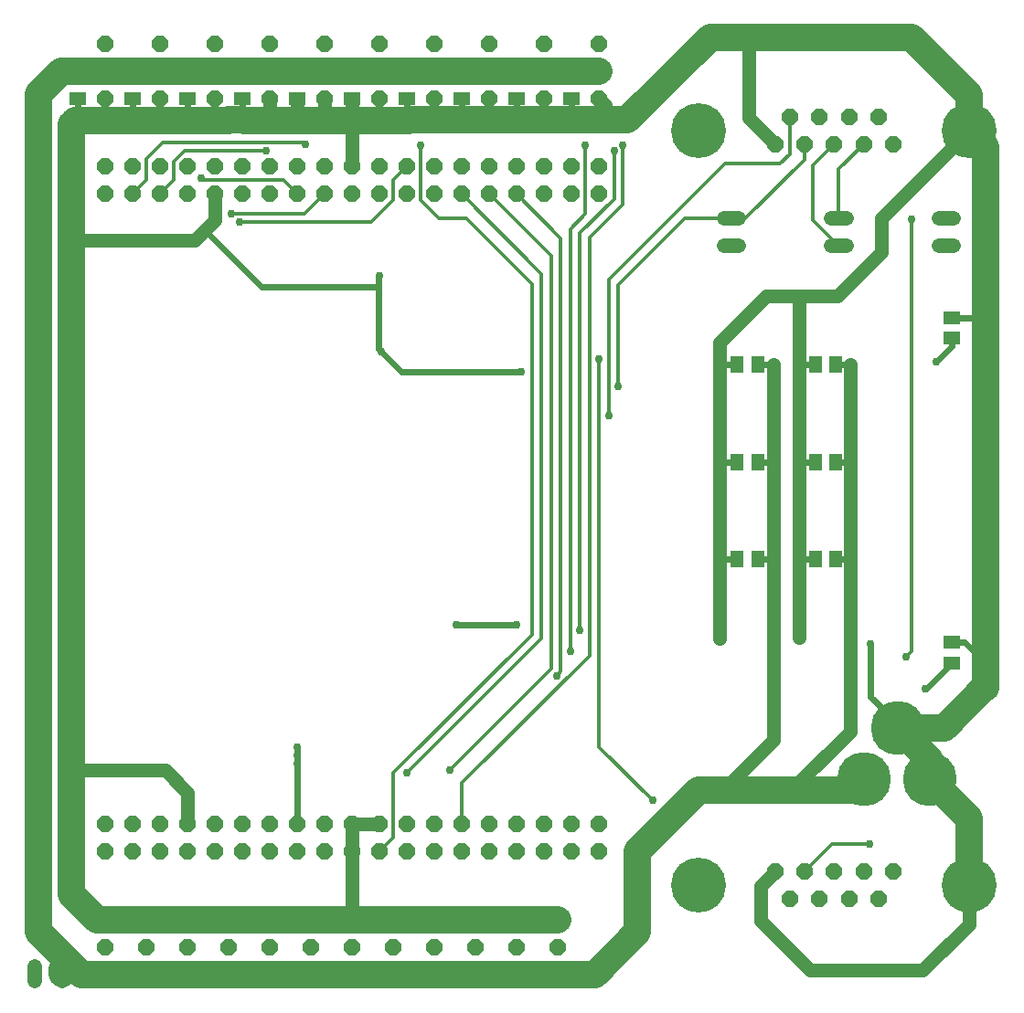
<source format=gbr>
G04 EAGLE Gerber RS-274X export*
G75*
%MOMM*%
%FSLAX34Y34*%
%LPD*%
%INBottom Copper*%
%IPPOS*%
%AMOC8*
5,1,8,0,0,1.08239X$1,22.5*%
G01*
%ADD10R,1.500000X1.300000*%
%ADD11P,1.649562X8X22.500000*%
%ADD12C,5.000000*%
%ADD13C,1.371600*%
%ADD14P,1.649562X8X202.500000*%
%ADD15C,5.080000*%
%ADD16P,1.623585X8X112.500000*%
%ADD17P,1.623585X8X292.500000*%
%ADD18R,1.300000X1.500000*%
%ADD19C,2.540000*%
%ADD20C,0.609600*%
%ADD21C,1.270000*%
%ADD22C,0.750000*%
%ADD23C,0.304800*%


D10*
X518010Y864110D03*
X518010Y845110D03*
X416410Y864110D03*
X416410Y845110D03*
X111610Y864110D03*
X111610Y845110D03*
X162410Y864110D03*
X162410Y845110D03*
X213210Y864110D03*
X213210Y845110D03*
X264010Y864110D03*
X264010Y845110D03*
X314810Y864110D03*
X314810Y845110D03*
X365610Y864110D03*
X365610Y845110D03*
X467210Y864110D03*
X467210Y845110D03*
X60810Y864110D03*
X60810Y845110D03*
D11*
X86210Y147000D03*
X86210Y172400D03*
X111610Y147000D03*
X111610Y172400D03*
X137010Y147000D03*
X137010Y172400D03*
X162410Y147000D03*
X162410Y172400D03*
X187810Y147000D03*
X187810Y172400D03*
X213210Y147000D03*
X213210Y172400D03*
X238610Y147000D03*
X238610Y172400D03*
X264010Y147000D03*
X264010Y172400D03*
X289410Y147000D03*
X289410Y172400D03*
X314810Y147000D03*
X314810Y172400D03*
X340210Y147000D03*
X340210Y172400D03*
X365610Y147000D03*
X365610Y172400D03*
X391010Y147000D03*
X391010Y172400D03*
X416410Y147000D03*
X416410Y172400D03*
X441810Y147000D03*
X441810Y172400D03*
X467210Y147000D03*
X467210Y172400D03*
X492610Y147000D03*
X492610Y172400D03*
X518010Y147000D03*
X518010Y172400D03*
X543410Y147000D03*
X543410Y172400D03*
X86210Y756600D03*
X86210Y782000D03*
X111610Y756600D03*
X111610Y782000D03*
X137010Y756600D03*
X137010Y782000D03*
X162410Y756600D03*
X162410Y782000D03*
X187810Y756600D03*
X187810Y782000D03*
X213210Y756600D03*
X213210Y782000D03*
X238610Y756600D03*
X238610Y782000D03*
X264010Y756600D03*
X264010Y782000D03*
X289410Y756600D03*
X289410Y782000D03*
X314810Y756600D03*
X314810Y782000D03*
X340210Y756600D03*
X340210Y782000D03*
X365610Y756600D03*
X365610Y782000D03*
X391010Y756600D03*
X391010Y782000D03*
X416410Y756600D03*
X416410Y782000D03*
X441810Y756600D03*
X441810Y782000D03*
X467210Y756600D03*
X467210Y782000D03*
X492610Y756600D03*
X492610Y782000D03*
X518010Y756600D03*
X518010Y782000D03*
X543410Y756600D03*
X543410Y782000D03*
D12*
X789070Y213880D03*
X820070Y261880D03*
X850070Y213880D03*
D13*
X772358Y708300D02*
X758642Y708300D01*
X758642Y733700D02*
X772358Y733700D01*
X858142Y708300D02*
X871858Y708300D01*
X871858Y733700D02*
X858142Y733700D01*
D14*
X816034Y128350D03*
X788602Y128350D03*
X761170Y128350D03*
X733738Y128350D03*
X706306Y128350D03*
X802318Y102950D03*
X774886Y102950D03*
X747454Y102950D03*
X720022Y102950D03*
D15*
X886392Y115650D03*
X635948Y115650D03*
D16*
X429100Y33000D03*
X429100Y58400D03*
X429100Y83800D03*
X238600Y33000D03*
X238600Y58400D03*
X238600Y83800D03*
X276700Y33000D03*
X276700Y58400D03*
X276700Y83800D03*
D17*
X340200Y896000D03*
X340200Y870600D03*
X340200Y845200D03*
X289400Y896000D03*
X289400Y870600D03*
X289400Y845200D03*
X86200Y896000D03*
X86200Y870600D03*
X86200Y845200D03*
X391000Y896000D03*
X391000Y870600D03*
X391000Y845200D03*
X238600Y896000D03*
X238600Y870600D03*
X238600Y845200D03*
X187800Y896000D03*
X187800Y870600D03*
X187800Y845200D03*
X137000Y896000D03*
X137000Y870600D03*
X137000Y845200D03*
D14*
X706306Y802560D03*
X733738Y802560D03*
X761170Y802560D03*
X788602Y802560D03*
X816034Y802560D03*
X720022Y827960D03*
X747454Y827960D03*
X774886Y827960D03*
X802318Y827960D03*
D15*
X886392Y815260D03*
X635948Y815260D03*
D16*
X314800Y33000D03*
X314800Y58400D03*
X314800Y83800D03*
X352900Y33000D03*
X352900Y58400D03*
X352900Y83800D03*
X391000Y33000D03*
X391000Y58400D03*
X391000Y83800D03*
D17*
X492600Y896000D03*
X492600Y870600D03*
X492600Y845200D03*
D16*
X124300Y33000D03*
X124300Y58400D03*
X124300Y83800D03*
X200500Y33000D03*
X200500Y58400D03*
X200500Y83800D03*
X86200Y33000D03*
X86200Y58400D03*
X86200Y83800D03*
X162400Y33000D03*
X162400Y58400D03*
X162400Y83800D03*
D17*
X543400Y896000D03*
X543400Y870600D03*
X543400Y845200D03*
X441800Y896000D03*
X441800Y870600D03*
X441800Y845200D03*
D13*
X46640Y40398D02*
X46640Y26682D01*
X21240Y26682D02*
X21240Y40398D01*
X659142Y733700D02*
X672858Y733700D01*
X672858Y708300D02*
X659142Y708300D01*
D16*
X467200Y33000D03*
X467200Y58400D03*
X467200Y83800D03*
X505300Y33000D03*
X505300Y58400D03*
X505300Y83800D03*
D18*
X671220Y417830D03*
X690220Y417830D03*
X671220Y508000D03*
X690220Y508000D03*
X671220Y598170D03*
X690220Y598170D03*
X743610Y598170D03*
X762610Y598170D03*
X743610Y508000D03*
X762610Y508000D03*
X743610Y417830D03*
X762610Y417830D03*
D10*
X869950Y641960D03*
X869950Y622960D03*
X869950Y340970D03*
X869950Y321970D03*
D19*
X23980Y72738D02*
X23980Y849310D01*
X63718Y33000D02*
X86200Y33000D01*
X52804Y43914D02*
X23980Y72738D01*
X52804Y43914D02*
X63718Y33000D01*
X86200Y33000D02*
X124300Y33000D01*
X162400Y33000D01*
X200500Y33000D01*
X238600Y33000D01*
X276700Y33000D01*
X314800Y33000D01*
X352900Y33000D01*
X391000Y33000D01*
X429100Y33000D01*
X467200Y33000D01*
X505300Y33000D01*
X46640Y33540D02*
X46640Y37750D01*
X52804Y43914D01*
X23980Y849310D02*
X45270Y870600D01*
X60960Y870600D01*
X86200Y870600D01*
X111760Y870600D01*
X137000Y870600D01*
X162560Y870600D01*
X187800Y870600D01*
X210820Y870600D01*
X238600Y870600D01*
X264160Y870600D01*
X289400Y870600D01*
X312420Y870600D01*
X340200Y870600D01*
X364490Y870600D01*
X391000Y870600D01*
X415290Y870600D01*
X441800Y870600D01*
X464820Y870600D01*
X492600Y870600D01*
X516890Y870600D01*
X543400Y870600D01*
D20*
X60810Y870450D02*
X60810Y864110D01*
X60810Y870450D02*
X60960Y870600D01*
X111610Y870450D02*
X111610Y864110D01*
X111610Y870450D02*
X111760Y870600D01*
X162410Y870450D02*
X162410Y864110D01*
X162410Y870450D02*
X162560Y870600D01*
X213210Y868210D02*
X213210Y864110D01*
X213210Y868210D02*
X210820Y870600D01*
X264010Y870450D02*
X264010Y864110D01*
X264010Y870450D02*
X264160Y870600D01*
X314810Y868210D02*
X314810Y864110D01*
X314810Y868210D02*
X312420Y870600D01*
X365610Y869480D02*
X365610Y864110D01*
X365610Y869480D02*
X364490Y870600D01*
X416410Y869480D02*
X416410Y864110D01*
X416410Y869480D02*
X415290Y870600D01*
X467210Y868210D02*
X467210Y864110D01*
X467210Y868210D02*
X464820Y870600D01*
X518010Y869480D02*
X518010Y864110D01*
X518010Y869480D02*
X516890Y870600D01*
D19*
X505300Y33000D02*
X539730Y33000D01*
X635520Y203720D02*
X658380Y203720D01*
X721360Y203720D01*
X778910Y203720D02*
X789070Y213880D01*
X778910Y203720D02*
X721360Y203720D01*
X579120Y72390D02*
X539730Y33000D01*
X579120Y72390D02*
X579120Y147320D01*
X635520Y203720D01*
D21*
X658380Y203720D02*
X704850Y250190D01*
X704850Y417830D01*
X704850Y505460D01*
X704850Y598170D01*
X775970Y258330D02*
X721360Y203720D01*
X775970Y258330D02*
X775970Y415290D01*
X775970Y504190D01*
X775970Y598170D01*
D22*
X704850Y417830D03*
X775970Y415290D03*
X704850Y505460D03*
X775970Y504190D03*
X704850Y598170D03*
X775970Y598170D03*
D20*
X704850Y417830D02*
X690220Y417830D01*
X690220Y508000D02*
X702310Y508000D01*
X704850Y505460D01*
X704850Y598170D02*
X690220Y598170D01*
X762610Y598170D02*
X775970Y598170D01*
X772160Y508000D02*
X762610Y508000D01*
X772160Y508000D02*
X775970Y504190D01*
X773430Y417830D02*
X762610Y417830D01*
X773430Y417830D02*
X775970Y415290D01*
X869950Y321970D02*
X846270Y298290D01*
X845660Y298290D01*
D22*
X845660Y298290D03*
D20*
X869950Y615740D02*
X869950Y622960D01*
X869950Y615740D02*
X855450Y601240D01*
D22*
X855450Y601240D03*
D19*
X85090Y824987D02*
X58397Y824987D01*
X85090Y824987D02*
X110467Y824987D01*
X135232Y824987D01*
X161290Y824987D01*
X186690Y824987D01*
X200764Y824987D01*
X200764Y825241D02*
X214099Y825241D01*
X214353Y824987D02*
X238760Y824987D01*
X263121Y824987D01*
X289560Y824987D01*
X313667Y824987D01*
X340360Y824987D01*
X366753Y824987D01*
X366245Y825114D02*
X391160Y825114D01*
X417426Y825114D01*
X442826Y825114D01*
X469496Y825114D01*
X491490Y825114D01*
X517121Y825114D01*
X549506Y825114D01*
D23*
X58397Y824987D02*
X54460Y821050D01*
X214099Y825241D02*
X214353Y824987D01*
X441810Y826130D02*
X442826Y825114D01*
D19*
X54460Y821050D02*
X54460Y713420D01*
D20*
X200764Y824987D02*
X200764Y825241D01*
D21*
X314810Y826130D02*
X314810Y782000D01*
X314810Y172400D02*
X340210Y172400D01*
X314810Y172400D02*
X314810Y147000D01*
D22*
X340210Y680400D03*
D20*
X338940Y679130D01*
X338940Y670560D01*
X338940Y613090D01*
X341480Y610550D01*
D22*
X341480Y610550D03*
D20*
X360530Y591500D01*
D22*
X471020Y591500D03*
D21*
X168760Y713420D02*
X54460Y713420D01*
X187810Y732470D02*
X187810Y756600D01*
X178520Y723180D02*
X168760Y713420D01*
X178520Y723180D02*
X187810Y732470D01*
D20*
X467210Y827400D02*
X467210Y845110D01*
X467210Y827400D02*
X469496Y825114D01*
D21*
X162410Y201610D02*
X162410Y172400D01*
D19*
X54460Y222250D02*
X54460Y713420D01*
D21*
X54460Y222250D02*
X141770Y222250D01*
X162410Y201610D01*
D22*
X59540Y112649D03*
D20*
X58270Y103759D02*
X59425Y102605D01*
D19*
X58270Y103759D02*
X54460Y107569D01*
X54460Y222250D01*
D20*
X360530Y591500D02*
X471020Y591500D01*
D19*
X467200Y83800D02*
X505300Y83800D01*
X467200Y83800D02*
X429100Y83800D01*
X391000Y83800D01*
X352900Y83800D01*
X314800Y83800D01*
X276700Y83800D01*
X238600Y83800D01*
X200500Y83800D01*
X162400Y83800D01*
X124300Y83800D01*
X86200Y83800D01*
X78229Y83800D01*
X59425Y102605D01*
D21*
X314810Y83810D02*
X314810Y147000D01*
X314810Y83810D02*
X314800Y83800D01*
D20*
X518010Y826003D02*
X518010Y845110D01*
X518010Y826003D02*
X517121Y825114D01*
X492600Y826224D02*
X492600Y845200D01*
X492600Y826224D02*
X491490Y825114D01*
X441800Y826140D02*
X441800Y845200D01*
X441800Y826140D02*
X441810Y826130D01*
X416410Y826130D02*
X416410Y845110D01*
X416410Y826130D02*
X417426Y825114D01*
X391000Y825274D02*
X391000Y845200D01*
X391000Y825274D02*
X391160Y825114D01*
X366753Y824987D02*
X365610Y826130D01*
X340200Y825147D02*
X340200Y845200D01*
X340200Y825147D02*
X340360Y824987D01*
X213210Y837687D02*
X213210Y845110D01*
X213210Y837687D02*
X200764Y825241D01*
X187800Y826097D02*
X187800Y845200D01*
X187800Y826097D02*
X186690Y824987D01*
X162410Y826107D02*
X162410Y845110D01*
X162410Y826107D02*
X161290Y824987D01*
X137000Y826755D02*
X137000Y845200D01*
X137000Y826755D02*
X135232Y824987D01*
X111610Y826130D02*
X111610Y845110D01*
X111610Y826130D02*
X110467Y824987D01*
X86200Y826097D02*
X86200Y845200D01*
X86200Y826097D02*
X85090Y824987D01*
X60810Y827400D02*
X60810Y845110D01*
X60810Y827400D02*
X58397Y824987D01*
X365610Y826130D02*
X365610Y845110D01*
X365610Y825749D02*
X366245Y825114D01*
X365610Y825749D02*
X365610Y845110D01*
D21*
X59540Y112649D02*
X59540Y102720D01*
X59425Y102605D01*
X549506Y839094D02*
X543400Y845200D01*
X549506Y839094D02*
X549506Y825114D01*
X289400Y825147D02*
X289400Y845200D01*
X289400Y825147D02*
X289560Y824987D01*
X314810Y826130D02*
X314810Y845110D01*
X314810Y826130D02*
X313667Y824987D01*
X238600Y825147D02*
X238600Y845200D01*
X238600Y825147D02*
X238760Y824987D01*
X264010Y825876D02*
X264010Y845110D01*
X264010Y825876D02*
X263121Y824987D01*
D19*
X549506Y825114D02*
X569844Y825114D01*
X886392Y815260D02*
X886392Y848428D01*
X646430Y901700D02*
X569844Y825114D01*
X646430Y901700D02*
X681990Y901700D01*
X833120Y901700D01*
X886392Y848428D01*
X886392Y815260D02*
X901700Y799952D01*
X901700Y299060D02*
X901395Y298755D01*
X900760Y299390D02*
X863250Y261880D01*
X820070Y261880D01*
X901700Y642620D02*
X901700Y799952D01*
X901700Y642620D02*
X901700Y299060D01*
X850070Y231880D02*
X820070Y261880D01*
X850070Y231880D02*
X850070Y213880D01*
X886392Y177558D01*
X886392Y115650D01*
D21*
X886392Y79942D01*
X843280Y36830D01*
X739140Y36830D01*
X693420Y82550D01*
X693420Y115464D01*
X706306Y128350D01*
X681990Y826876D02*
X681990Y901700D01*
X681990Y826876D02*
X706306Y802560D01*
D20*
X231140Y670560D02*
X178520Y723180D01*
X231140Y670560D02*
X338940Y670560D01*
D21*
X805180Y734048D02*
X886392Y815260D01*
X805180Y734048D02*
X805180Y702310D01*
X764540Y661670D01*
X655320Y618490D02*
X655320Y598170D01*
X655320Y527050D01*
X655320Y508000D01*
X655320Y436880D01*
X655320Y417830D01*
X655320Y344170D01*
X728980Y661670D02*
X764540Y661670D01*
X728980Y661670D02*
X698500Y661670D01*
X655320Y618490D01*
X728980Y599440D02*
X728980Y661670D01*
X728980Y599440D02*
X728980Y527050D01*
X728980Y508000D01*
X728980Y436880D01*
X728980Y417830D01*
X728980Y345440D01*
D20*
X820070Y265690D02*
X820070Y261880D01*
X820070Y265690D02*
X795020Y290740D01*
X795020Y339090D01*
D22*
X795020Y339090D03*
X728980Y345440D03*
X655320Y344170D03*
X655320Y436880D03*
X728980Y436880D03*
X655320Y527050D03*
X728980Y527050D03*
X764540Y661670D03*
D20*
X671220Y417830D02*
X655320Y417830D01*
X655320Y508000D02*
X671220Y508000D01*
X671220Y598170D02*
X655320Y598170D01*
X730250Y598170D02*
X743610Y598170D01*
X730250Y598170D02*
X728980Y599440D01*
X728980Y508000D02*
X743610Y508000D01*
X743610Y417830D02*
X728980Y417830D01*
X898220Y324790D02*
X898220Y301930D01*
X898220Y324790D02*
X882040Y340970D01*
X869950Y340970D01*
X900760Y299390D02*
X901395Y298755D01*
X900760Y299390D02*
X898220Y301930D01*
X901040Y641960D02*
X869950Y641960D01*
X901040Y641960D02*
X901700Y642620D01*
D22*
X410810Y356870D03*
D20*
X466690Y356870D01*
D22*
X466690Y356870D03*
D20*
X264010Y244960D02*
X264010Y172400D01*
X264160Y244810D02*
X264010Y244960D01*
X264160Y244810D02*
X264160Y243840D01*
D22*
X264160Y228600D03*
D20*
X264160Y236220D02*
X264160Y243840D01*
X264160Y236220D02*
X264160Y228600D01*
D22*
X264160Y236220D03*
X264160Y243840D03*
D23*
X353060Y769450D02*
X365610Y782000D01*
X353060Y769450D02*
X353060Y750570D01*
X332740Y730250D01*
D22*
X210820Y730250D03*
D23*
X332740Y730250D01*
X289410Y756600D02*
X270680Y737870D01*
X203200Y737870D01*
D22*
X203200Y737870D03*
D23*
X250990Y769620D02*
X264010Y756600D01*
X176530Y769620D02*
X175260Y770890D01*
X176530Y769620D02*
X250990Y769620D01*
D22*
X175260Y770890D03*
D23*
X149860Y769450D02*
X137010Y756600D01*
D22*
X234950Y796290D03*
D23*
X159817Y796290D02*
X149860Y786333D01*
X159817Y796290D02*
X234950Y796290D01*
X149860Y786333D02*
X149860Y769450D01*
X124460Y769450D02*
X111610Y756600D01*
X124460Y769450D02*
X124460Y788670D01*
X139700Y803910D01*
D22*
X271780Y802640D03*
D23*
X270510Y803910D02*
X139700Y803910D01*
X270510Y803910D02*
X271780Y802640D01*
X741680Y732120D02*
X765500Y708300D01*
X741680Y783070D02*
X761170Y802560D01*
X741680Y783070D02*
X741680Y732120D01*
X765500Y733700D02*
X765500Y779458D01*
X788602Y802560D01*
D22*
X561340Y577850D03*
D23*
X561340Y671830D01*
X623210Y733700D02*
X666000Y733700D01*
X623210Y733700D02*
X561340Y671830D01*
X666000Y733700D02*
X679090Y733700D01*
X733738Y788348D02*
X733738Y802560D01*
X733738Y788348D02*
X679090Y733700D01*
D22*
X552450Y551180D03*
D23*
X552450Y676910D01*
X720022Y793682D02*
X720022Y827960D01*
X660400Y784860D02*
X552450Y676910D01*
X660400Y784860D02*
X711200Y784860D01*
X720022Y793682D01*
D22*
X793750Y153670D03*
D23*
X759058Y153670D01*
X733738Y128350D01*
X378460Y750570D02*
X378460Y801370D01*
D22*
X378460Y801370D03*
D23*
X378460Y750570D02*
X394970Y734060D01*
X420370Y734060D01*
X481330Y673100D01*
X481330Y347980D01*
X353060Y159850D02*
X340210Y147000D01*
X353060Y219710D02*
X481330Y347980D01*
X353060Y219710D02*
X353060Y159850D01*
D22*
X516890Y332740D03*
X530860Y801370D03*
D23*
X516890Y723900D02*
X516890Y332740D01*
X530860Y737870D02*
X530860Y801370D01*
X530860Y737870D02*
X516890Y723900D01*
D22*
X525780Y351790D03*
X557530Y796290D03*
D23*
X557530Y751840D01*
X525780Y720090D01*
X525780Y351790D01*
X416410Y210500D02*
X416410Y172400D01*
X416410Y210500D02*
X534670Y328760D01*
D22*
X565150Y801370D03*
D23*
X565150Y746760D01*
X534670Y716280D01*
X534670Y328760D01*
X499110Y699300D02*
X441810Y756600D01*
X499110Y316230D02*
X405130Y222250D01*
D22*
X405130Y222250D03*
D23*
X499110Y316230D02*
X499110Y699300D01*
X490220Y682790D02*
X416410Y756600D01*
X490220Y344170D02*
X365760Y219710D01*
D22*
X365760Y219710D03*
D23*
X490220Y344170D02*
X490220Y682790D01*
X508000Y715810D02*
X467210Y756600D01*
D22*
X504190Y309880D03*
D23*
X508000Y313690D02*
X508000Y715810D01*
X508000Y313690D02*
X504190Y309880D01*
D22*
X543560Y603250D03*
D23*
X543560Y243840D02*
X593090Y194310D01*
D22*
X593090Y194310D03*
D23*
X543560Y243840D02*
X543560Y603250D01*
D22*
X833120Y732790D03*
D23*
X833120Y332740D01*
X828040Y327660D01*
D22*
X828040Y327660D03*
M02*

</source>
